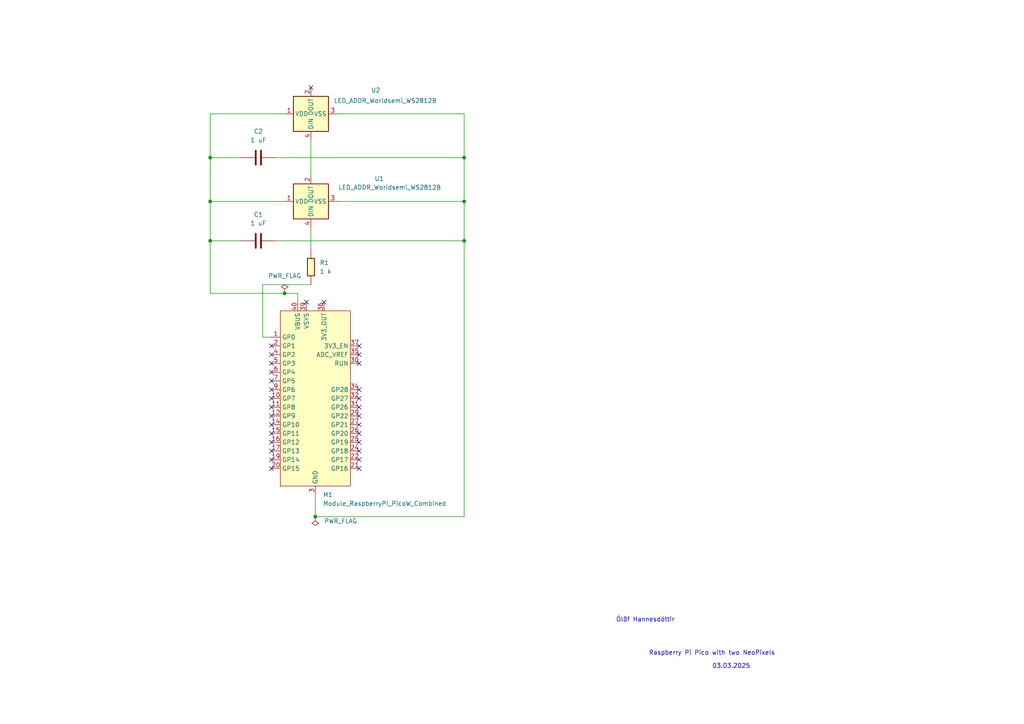
<source format=kicad_sch>
(kicad_sch (version 20231120) (generator "eeschema") (generator_version "8.0")
  (paper "A4")
  (lib_symbols
    (symbol "fab:C_1206" (pin_numbers hide)
      (property "Reference" "C" (at 0.635 2.54 0))
      (property "Value" "C_1206" (at 0.635 -2.54 0))
      (symbol "C_1206_0_1"
        (polyline (pts (xy -2.032 -0.762) (xy 2.032 -0.762)) (stroke (width 0.508)))
        (polyline (pts (xy -2.032 0.762) (xy 2.032 0.762)) (stroke (width 0.508)))
        (polyline (pts (xy 0 -0.635) (xy 0 -2.54)))
        (polyline (pts (xy 0 0.635) (xy 0 2.54)))
      )
      (symbol "C_1206_1_1"
        (pin passive line (at 0 5.08 270) (length 2.54) (name "~") (number "1"))
        (pin passive line (at 0 -5.08 90) (length 2.54) (name "~") (number "2"))
      )
    )
    (symbol "fab:LED_ADDR_Worldsemi_WS2812B"
      (property "Reference" "U" (at -5.08 5.715 0))
      (property "Value" "LED_ADDR_Worldsemi_WS2812B" (at 0.635 5.715 0))
      (symbol "LED_ADDR_Worldsemi_WS2812B_0_1"
        (rectangle (start -5.08 5.08) (end 5.08 -5.08) (stroke (width 0.254)) (fill (type background)))
      )
      (symbol "LED_ADDR_Worldsemi_WS2812B_1_1"
        (pin power_in line (at 0 7.62 270) (length 2.54) (name "VDD") (number "1"))
        (pin output line (at 7.62 0 180) (length 2.54) (name "DOUT") (number "2"))
        (pin power_in line (at 0 -7.62 90) (length 2.54) (name "VSS") (number "3"))
        (pin input line (at -7.62 0 0) (length 2.54) (name "DIN") (number "4"))
      )
    )
    (symbol "fab:Module_RaspberryPi_PicoW_Combined"
      (property "Reference" "M" (at 0 0 0))
      (property "Value" "Module_RaspberryPi_PicoW_Combined" (at 0 0 0))
      (symbol "Module_RaspberryPi_PicoW_Combined_1_1"
        (rectangle (start -10.16 25.4) (end 10.16 -25.4) (fill (type background)))
        (pin bidirectional line (at -12.7 17.78 0) (length 2.54) (name "GP0") (number "1"))
        (pin bidirectional line (at -12.7 0 0) (length 2.54) (name "GP7") (number "10"))
        (pin bidirectional line (at -12.7 -2.54 0) (length 2.54) (name "GP8") (number "11"))
        (pin bidirectional line (at -12.7 -5.08 0) (length 2.54) (name "GP9") (number "12"))
        (pin passive line (at 0 -27.94 90) (length 2.54) hide (name "GND") (number "13"))
        (pin bidirectional line (at -12.7 -7.62 0) (length 2.54) (name "GP10") (number "14"))
        (pin bidirectional line (at -12.7 -10.16 0) (length 2.54) (name "GP11") (number "15"))
        (pin bidirectional line (at -12.7 -12.7 0) (length 2.54) (name "GP12") (number "16"))
        (pin bidirectional line (at -12.7 -15.24 0) (length 2.54) (name "GP13") (number "17"))
        (pin passive line (at 0 -27.94 90) (length 2.54) hide (name "GND") (number "18"))
        (pin bidirectional line (at -12.7 -17.78 0) (length 2.54) (name "GP14") (number "19"))
        (pin bidirectional line (at -12.7 15.24 0) (length 2.54) (name "GP1") (number "2"))
        (pin bidirectional line (at -12.7 -20.32 0) (length 2.54) (name "GP15") (number "20"))
        (pin bidirectional line (at 12.7 -20.32 180) (length 2.54) (name "GP16") (number "21"))
        (pin bidirectional line (at 12.7 -17.78 180) (length 2.54) (name "GP17") (number "22"))
        (pin passive line (at 0 -27.94 90) (length 2.54) hide (name "GND") (number "23"))
        (pin bidirectional line (at 12.7 -15.24 180) (length 2.54) (name "GP18") (number "24"))
        (pin bidirectional line (at 12.7 -12.7 180) (length 2.54) (name "GP19") (number "25"))
        (pin bidirectional line (at 12.7 -10.16 180) (length 2.54) (name "GP20") (number "26"))
        (pin bidirectional line (at 12.7 -7.62 180) (length 2.54) (name "GP21") (number "27"))
        (pin passive line (at 0 -27.94 90) (length 2.54) hide (name "GND") (number "28"))
        (pin bidirectional line (at 12.7 -5.08 180) (length 2.54) (name "GP22") (number "29"))
        (pin power_in line (at 0 -27.94 90) (length 2.54) (name "GND") (number "3"))
        (pin input line (at 12.7 10.16 180) (length 2.54) (name "RUN") (number "30"))
        (pin bidirectional line (at 12.7 -2.54 180) (length 2.54) (name "GP26") (number "31"))
        (pin bidirectional line (at 12.7 0 180) (length 2.54) (name "GP27") (number "32"))
        (pin passive line (at 0 -27.94 90) (length 2.54) hide (name "GND") (number "33"))
        (pin bidirectional line (at 12.7 2.54 180) (length 2.54) (name "GP28") (number "34"))
        (pin input line (at 12.7 12.7 180) (length 2.54) (name "ADC_VREF") (number "35"))
        (pin power_in line (at 2.54 27.94 270) (length 2.54) (name "3V3_OUT") (number "36"))
        (pin input line (at 12.7 15.24 180) (length 2.54) (name "3V3_EN") (number "37"))
        (pin passive line (at 0 -27.94 90) (length 2.54) hide (name "GND") (number "38"))
        (pin power_in line (at -2.54 27.94 270) (length 2.54) (name "VSYS") (number "39"))
        (pin bidirectional line (at -12.7 12.7 0) (length 2.54) (name "GP2") (number "4"))
        (pin power_in line (at -5.08 27.94 270) (length 2.54) (name "VBUS") (number "40"))
        (pin bidirectional line (at -12.7 10.16 0) (length 2.54) (name "GP3") (number "5"))
        (pin bidirectional line (at -12.7 7.62 0) (length 2.54) (name "GP4") (number "6"))
        (pin bidirectional line (at -12.7 5.08 0) (length 2.54) (name "GP5") (number "7"))
        (pin passive line (at 0 -27.94 90) (length 2.54) hide (name "GND") (number "8"))
        (pin bidirectional line (at -12.7 2.54 0) (length 2.54) (name "GP6") (number "9"))
      )
    )
    (symbol "fab:PWR_FLAG" (power) (pin_numbers hide) (pin_names (offset 0) hide)
      (property "Value" "PWR_FLAG" (at 0 3.81 0))
      (symbol "PWR_FLAG_0_1"
        (polyline (pts (xy 0 0) (xy 0 1.27) (xy -1.016 1.905) (xy 0 2.54) (xy 1.016 1.905) (xy 0 1.27)))
      )
      (symbol "PWR_FLAG_1_0"
        (pin power_out line (at 0 0 90) (length 0) (name "PWR_FLAG") (number "1"))
      )
    )
    (symbol "fab:R_1206" (pin_numbers hide) (pin_names (offset 0))
      (property "Reference" "R" (at 2.54 0 90))
      (property "Value" "R_1206" (at -2.54 0 90))
      (symbol "R_1206_0_1"
        (rectangle (start -1.016 -2.54) (end 1.016 2.54) (stroke (width 0.254)) (fill (type background)))
      )
      (symbol "R_1206_1_1"
        (pin passive line (at 0 5.08 270) (length 2.54) (name "~") (number "1"))
        (pin passive line (at 0 -5.08 90) (length 2.54) (name "~") (number "2"))
      )
    )
  )
  (junction (at 134.62 58.42))
  (junction (at 91.44 149.86))
  (junction (at 134.62 45.72))
  (junction (at 82.55 85.09))
  (junction (at 134.62 69.85))
  (junction (at 60.96 45.72))
  (junction (at 60.96 58.42))
  (junction (at 60.96 69.85))
  (no_connect (at 78.74 107.95))
  (no_connect (at 104.14 105.41))
  (no_connect (at 104.14 123.19))
  (no_connect (at 93.98 87.63))
  (no_connect (at 104.14 128.27))
  (no_connect (at 104.14 133.35))
  (no_connect (at 104.14 135.89))
  (no_connect (at 104.14 118.11))
  (no_connect (at 78.74 102.87))
  (no_connect (at 78.74 118.11))
  (no_connect (at 104.14 130.81))
  (no_connect (at 104.14 113.03))
  (no_connect (at 78.74 130.81))
  (no_connect (at 78.74 105.41))
  (no_connect (at 104.14 125.73))
  (no_connect (at 78.74 115.57))
  (no_connect (at 90.17 25.4))
  (no_connect (at 78.74 135.89))
  (no_connect (at 88.9 87.63))
  (no_connect (at 78.74 128.27))
  (no_connect (at 78.74 100.33))
  (no_connect (at 78.74 133.35))
  (no_connect (at 78.74 123.19))
  (no_connect (at 104.14 115.57))
  (no_connect (at 104.14 120.65))
  (no_connect (at 78.74 113.03))
  (no_connect (at 78.74 120.65))
  (no_connect (at 104.14 100.33))
  (no_connect (at 104.14 102.87))
  (no_connect (at 78.74 110.49))
  (no_connect (at 78.74 125.73))
  (wire (pts (xy 60.96 58.42) (xy 60.96 69.85)))
  (wire (pts (xy 82.55 85.09) (xy 86.36 85.09)))
  (wire (pts (xy 80.01 45.72) (xy 134.62 45.72)))
  (wire (pts (xy 80.01 69.85) (xy 134.62 69.85)))
  (wire (pts (xy 90.17 40.64) (xy 90.17 50.8)))
  (wire (pts (xy 60.96 45.72) (xy 60.96 58.42)))
  (wire (pts (xy 60.96 69.85) (xy 69.85 69.85)))
  (wire (pts (xy 76.2 97.79) (xy 76.2 82.55)))
  (wire (pts (xy 60.96 69.85) (xy 60.96 85.09)))
  (wire (pts (xy 97.79 33.02) (xy 134.62 33.02)))
  (wire (pts (xy 76.2 82.55) (xy 90.17 82.55)))
  (wire (pts (xy 60.96 85.09) (xy 82.55 85.09)))
  (wire (pts (xy 90.17 66.04) (xy 90.17 72.39)))
  (wire (pts (xy 134.62 149.86) (xy 91.44 149.86)))
  (wire (pts (xy 82.55 58.42) (xy 60.96 58.42)))
  (wire (pts (xy 60.96 33.02) (xy 82.55 33.02)))
  (wire (pts (xy 86.36 85.09) (xy 86.36 87.63)))
  (wire (pts (xy 134.62 69.85) (xy 134.62 149.86)))
  (wire (pts (xy 60.96 33.02) (xy 60.96 45.72)))
  (wire (pts (xy 69.85 45.72) (xy 60.96 45.72)))
  (wire (pts (xy 91.44 149.86) (xy 91.44 143.51)))
  (wire (pts (xy 97.79 58.42) (xy 134.62 58.42)))
  (wire (pts (xy 134.62 45.72) (xy 134.62 58.42)))
  (wire (pts (xy 134.62 58.42) (xy 134.62 69.85)))
  (wire (pts (xy 78.74 97.79) (xy 76.2 97.79)))
  (wire (pts (xy 134.62 33.02) (xy 134.62 45.72)))
  (text "03.03.2025" (at 212.09 193.294 0) (effects (font (size 1.27 1.27))))
  (text "Raspberry Pi Pico with two NeoPixels" (at 206.502 189.484 0) (effects (font (size 1.27 1.27))))
  (text "Ólöf Hannesdóttir" (at 187.198 179.832 0) (effects (font (size 1.27 1.27))))
  (symbol (lib_id "fab:C_1206") (at 74.93 69.85 90) (unit 1)
    (property "Reference" "C1" (at 74.93 62.23 90))
    (property "Value" "1 uF" (at 74.93 64.77 90))
    (property "Footprint" "fab:C_1206" (effects (hide yes)))
    (property "Datasheet" "https://www.yageo.com/upload/media/product/productsearch/datasheet/mlcc/UPY-GP_NP0_16V-to-50V_18.pdf" (effects (hide yes)))
    (property "Description" "Unpolarized capacitor, SMD, 1206" (effects (hide yes)))
  )
  (symbol (lib_id "fab:LED_ADDR_Worldsemi_WS2812B") (at 90.17 33.02 90) (unit 1)
    (property "Reference" "U2" (at 108.966 26.162 90))
    (property "Value" "LED_ADDR_Worldsemi_WS2812B" (at 111.76 29.21 90))
    (property "Footprint" "fab:LED_ADDR_Worldsemi_WS2812B" (effects (hide yes)))
    (property "Datasheet" "http://cdn.sparkfun.com/datasheets/BreakoutBoards/WS2812B.pdf" (effects (hide yes)))
    (property "Description" "Worldsemi WS2812B, Adafruit Industries LLC ADDRESS LED SERIAL RGB 100PK" (effects (hide yes)))
  )
  (symbol (lib_id "fab:Module_RaspberryPi_PicoW_Combined") (at 91.44 115.57 0) (unit 1)
    (property "Reference" "M1" (at 93.6341 143.51 0) (effects (justify left)))
    (property "Value" "Module_RaspberryPi_PicoW_Combined" (at 93.6341 146.05 0) (effects (justify left)))
    (property "Footprint" "fab:RaspberryPi_PicoW_Combined" (effects (hide yes)))
    (property "Datasheet" "https://datasheets.raspberrypi.com/picow/pico-w-datasheet.pdf" (effects (hide yes)))
    (property "Description" "RP2040 Transceiver; 802.11 b/g/n (Wi-Fi, WiFi, WLAN), Bluetooth® 5 2.4GHz Evaluation Board" (effects (hide yes)))
  )
  (symbol (lib_id "fab:C_1206") (at 74.93 45.72 90) (unit 1)
    (property "Reference" "C2" (at 74.93 38.1 90))
    (property "Value" "1 uF" (at 74.93 40.64 90))
    (property "Footprint" "fab:C_1206" (effects (hide yes)))
    (property "Datasheet" "https://www.yageo.com/upload/media/product/productsearch/datasheet/mlcc/UPY-GP_NP0_16V-to-50V_18.pdf" (effects (hide yes)))
    (property "Description" "Unpolarized capacitor, SMD, 1206" (effects (hide yes)))
  )
  (symbol (lib_id "fab:R_1206") (at 90.17 77.47 0) (unit 1)
    (property "Reference" "R1" (at 92.71 76.1999 0) (effects (justify left)))
    (property "Value" "1 k" (at 92.71 78.7399 0) (effects (justify left)))
    (property "Footprint" "fab:R_1206" (effects (hide yes)))
    (property "Description" "Resistor" (effects (hide yes)))
  )
  (symbol (lib_id "fab:PWR_FLAG") (at 91.44 149.86 180) (unit 1)
    (property "Reference" "#FLG02" (effects (hide yes)))
    (property "Value" "PWR_FLAG" (at 93.98 151.1299 0) (effects (justify right)))
    (property "Description" "Special symbol for telling ERC where power comes from" (effects (hide yes)))
  )
  (symbol (lib_id "fab:LED_ADDR_Worldsemi_WS2812B") (at 90.17 58.42 90) (unit 1)
    (property "Reference" "U1" (at 109.982 51.816 90))
    (property "Value" "LED_ADDR_Worldsemi_WS2812B" (at 113.03 54.356 90))
    (property "Footprint" "fab:LED_ADDR_Worldsemi_WS2812B" (effects (hide yes)))
    (property "Datasheet" "http://cdn.sparkfun.com/datasheets/BreakoutBoards/WS2812B.pdf" (effects (hide yes)))
    (property "Description" "Worldsemi WS2812B, Adafruit Industries LLC ADDRESS LED SERIAL RGB 100PK" (effects (hide yes)))
  )
  (symbol (lib_id "fab:PWR_FLAG") (at 82.55 85.09 0) (unit 1)
    (property "Reference" "#FLG01" (effects (hide yes)))
    (property "Value" "PWR_FLAG" (at 82.55 80.01 0))
    (property "Description" "Special symbol for telling ERC where power comes from" (effects (hide yes)))
  )
)
</source>
